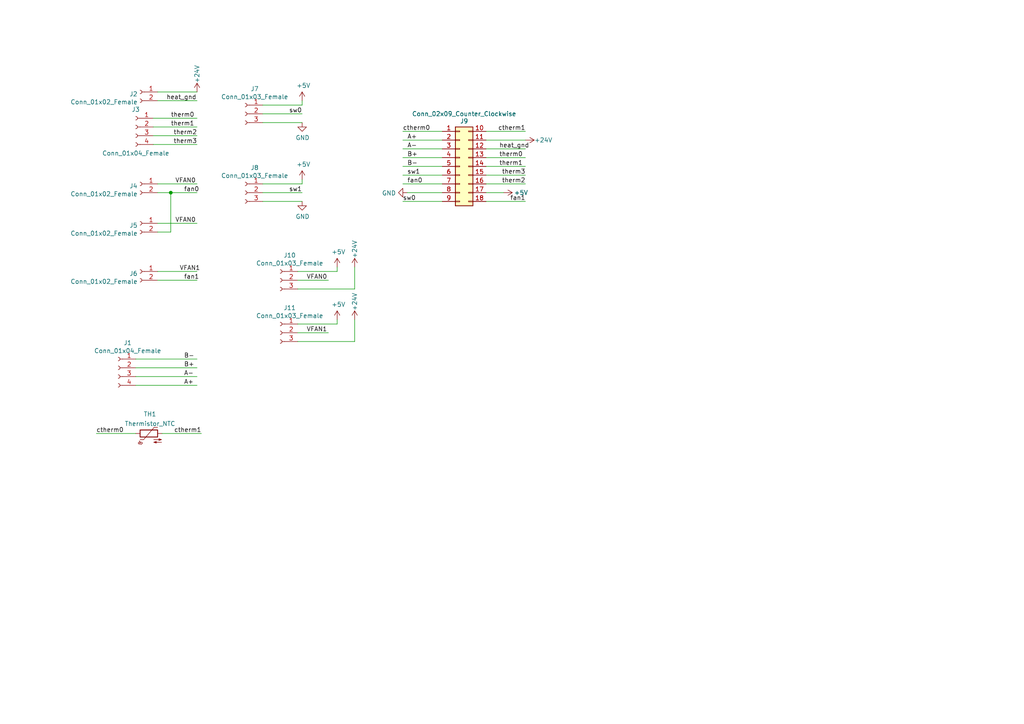
<source format=kicad_sch>
(kicad_sch (version 20211123) (generator eeschema)
  (paper "A4")
  (lib_symbols
    (symbol "Connector:Conn_01x02_Female" (pin_names (offset 1.016) hide)
      (property "Reference" "J" (at 0 2.54 0))
      (property "Value" "Conn_01x02_Female" (at 0 -5.08 0))
      (symbol "Conn_01x02_Female_1_1"
        (arc (start 0 -2.032) (mid -0.508 -2.54) (end 0 -3.048) (stroke (width 0.1524)))
        (polyline (pts (xy -1.27 -2.54) (xy -0.508 -2.54)) (stroke (width 0.1524)))
        (polyline (pts (xy -1.27 0) (xy -0.508 0)) (stroke (width 0.1524)))
        (arc (start 0 0.508) (mid -0.508 0) (end 0 -0.508) (stroke (width 0.1524)))
        (pin passive line (at -5.08 0 0) (length 3.81) (name "Pin_1") (number "1"))
        (pin passive line (at -5.08 -2.54 0) (length 3.81) (name "Pin_2") (number "2"))
      )
    )
    (symbol "Connector:Conn_01x03_Female" (pin_names (offset 1.016) hide)
      (property "Reference" "J" (at 0 5.08 0))
      (property "Value" "Conn_01x03_Female" (at 0 -5.08 0))
      (symbol "Conn_01x03_Female_1_1"
        (arc (start 0 -2.032) (mid -0.508 -2.54) (end 0 -3.048) (stroke (width 0.1524)))
        (polyline (pts (xy -1.27 -2.54) (xy -0.508 -2.54)) (stroke (width 0.1524)))
        (polyline (pts (xy -1.27 0) (xy -0.508 0)) (stroke (width 0.1524)))
        (polyline (pts (xy -1.27 2.54) (xy -0.508 2.54)) (stroke (width 0.1524)))
        (arc (start 0 0.508) (mid -0.508 0) (end 0 -0.508) (stroke (width 0.1524)))
        (arc (start 0 3.048) (mid -0.508 2.54) (end 0 2.032) (stroke (width 0.1524)))
        (pin passive line (at -5.08 2.54 0) (length 3.81) (name "Pin_1") (number "1"))
        (pin passive line (at -5.08 0 0) (length 3.81) (name "Pin_2") (number "2"))
        (pin passive line (at -5.08 -2.54 0) (length 3.81) (name "Pin_3") (number "3"))
      )
    )
    (symbol "Connector:Conn_01x04_Female" (pin_names (offset 1.016) hide)
      (property "Reference" "J" (at 0 5.08 0))
      (property "Value" "Conn_01x04_Female" (at 0 -7.62 0))
      (symbol "Conn_01x04_Female_1_1"
        (arc (start 0 -4.572) (mid -0.508 -5.08) (end 0 -5.588) (stroke (width 0.1524)))
        (arc (start 0 -2.032) (mid -0.508 -2.54) (end 0 -3.048) (stroke (width 0.1524)))
        (polyline (pts (xy -1.27 -5.08) (xy -0.508 -5.08)) (stroke (width 0.1524)))
        (polyline (pts (xy -1.27 -2.54) (xy -0.508 -2.54)) (stroke (width 0.1524)))
        (polyline (pts (xy -1.27 0) (xy -0.508 0)) (stroke (width 0.1524)))
        (polyline (pts (xy -1.27 2.54) (xy -0.508 2.54)) (stroke (width 0.1524)))
        (arc (start 0 0.508) (mid -0.508 0) (end 0 -0.508) (stroke (width 0.1524)))
        (arc (start 0 3.048) (mid -0.508 2.54) (end 0 2.032) (stroke (width 0.1524)))
        (pin passive line (at -5.08 2.54 0) (length 3.81) (name "Pin_1") (number "1"))
        (pin passive line (at -5.08 0 0) (length 3.81) (name "Pin_2") (number "2"))
        (pin passive line (at -5.08 -2.54 0) (length 3.81) (name "Pin_3") (number "3"))
        (pin passive line (at -5.08 -5.08 0) (length 3.81) (name "Pin_4") (number "4"))
      )
    )
    (symbol "Connector_Generic:Conn_02x09_Top_Bottom" (pin_names (offset 1.016) hide)
      (property "Reference" "J" (at 1.27 12.7 0))
      (property "Value" "Conn_02x09_Top_Bottom" (at 1.27 -12.7 0))
      (symbol "Conn_02x09_Top_Bottom_1_1"
        (rectangle (start -1.27 -10.033) (end 0 -10.287) (stroke (width 0.1524)))
        (rectangle (start -1.27 -7.493) (end 0 -7.747) (stroke (width 0.1524)))
        (rectangle (start -1.27 -4.953) (end 0 -5.207) (stroke (width 0.1524)))
        (rectangle (start -1.27 -2.413) (end 0 -2.667) (stroke (width 0.1524)))
        (rectangle (start -1.27 0.127) (end 0 -0.127) (stroke (width 0.1524)))
        (rectangle (start -1.27 2.667) (end 0 2.413) (stroke (width 0.1524)))
        (rectangle (start -1.27 5.207) (end 0 4.953) (stroke (width 0.1524)))
        (rectangle (start -1.27 7.747) (end 0 7.493) (stroke (width 0.1524)))
        (rectangle (start -1.27 10.287) (end 0 10.033) (stroke (width 0.1524)))
        (rectangle (start -1.27 11.43) (end 3.81 -11.43) (stroke (width 0.254)) (fill (type background)))
        (rectangle (start 3.81 -10.033) (end 2.54 -10.287) (stroke (width 0.1524)))
        (rectangle (start 3.81 -7.493) (end 2.54 -7.747) (stroke (width 0.1524)))
        (rectangle (start 3.81 -4.953) (end 2.54 -5.207) (stroke (width 0.1524)))
        (rectangle (start 3.81 -2.413) (end 2.54 -2.667) (stroke (width 0.1524)))
        (rectangle (start 3.81 0.127) (end 2.54 -0.127) (stroke (width 0.1524)))
        (rectangle (start 3.81 2.667) (end 2.54 2.413) (stroke (width 0.1524)))
        (rectangle (start 3.81 5.207) (end 2.54 4.953) (stroke (width 0.1524)))
        (rectangle (start 3.81 7.747) (end 2.54 7.493) (stroke (width 0.1524)))
        (rectangle (start 3.81 10.287) (end 2.54 10.033) (stroke (width 0.1524)))
        (pin passive line (at -5.08 10.16 0) (length 3.81) (name "Pin_1") (number "1"))
        (pin passive line (at 7.62 10.16 180) (length 3.81) (name "Pin_10") (number "10"))
        (pin passive line (at 7.62 7.62 180) (length 3.81) (name "Pin_11") (number "11"))
        (pin passive line (at 7.62 5.08 180) (length 3.81) (name "Pin_12") (number "12"))
        (pin passive line (at 7.62 2.54 180) (length 3.81) (name "Pin_13") (number "13"))
        (pin passive line (at 7.62 0 180) (length 3.81) (name "Pin_14") (number "14"))
        (pin passive line (at 7.62 -2.54 180) (length 3.81) (name "Pin_15") (number "15"))
        (pin passive line (at 7.62 -5.08 180) (length 3.81) (name "Pin_16") (number "16"))
        (pin passive line (at 7.62 -7.62 180) (length 3.81) (name "Pin_17") (number "17"))
        (pin passive line (at 7.62 -10.16 180) (length 3.81) (name "Pin_18") (number "18"))
        (pin passive line (at -5.08 7.62 0) (length 3.81) (name "Pin_2") (number "2"))
        (pin passive line (at -5.08 5.08 0) (length 3.81) (name "Pin_3") (number "3"))
        (pin passive line (at -5.08 2.54 0) (length 3.81) (name "Pin_4") (number "4"))
        (pin passive line (at -5.08 0 0) (length 3.81) (name "Pin_5") (number "5"))
        (pin passive line (at -5.08 -2.54 0) (length 3.81) (name "Pin_6") (number "6"))
        (pin passive line (at -5.08 -5.08 0) (length 3.81) (name "Pin_7") (number "7"))
        (pin passive line (at -5.08 -7.62 0) (length 3.81) (name "Pin_8") (number "8"))
        (pin passive line (at -5.08 -10.16 0) (length 3.81) (name "Pin_9") (number "9"))
      )
    )
    (symbol "Device:Thermistor_NTC" (pin_numbers hide) (pin_names (offset 0))
      (property "Reference" "TH" (at -4.445 0 90))
      (property "Value" "Thermistor_NTC" (at 3.175 0 90))
      (symbol "Thermistor_NTC_0_1"
        (arc (start -3.048 2.159) (mid -3.0505 2.3165) (end -3.175 2.413))
        (arc (start -3.048 2.159) (mid -2.9736 1.9794) (end -2.794 1.905))
        (arc (start -3.048 2.794) (mid -2.9736 2.6144) (end -2.794 2.54))
        (arc (start -2.794 1.905) (mid -2.6144 1.9794) (end -2.54 2.159))
        (arc (start -2.794 2.54) (mid -2.434 2.5608) (end -2.159 2.794))
        (arc (start -2.794 3.048) (mid -2.9736 2.9736) (end -3.048 2.794))
        (arc (start -2.54 2.794) (mid -2.6144 2.9736) (end -2.794 3.048))
        (rectangle (start -1.016 2.54) (end 1.016 -2.54) (stroke (width 0.254)))
        (polyline (pts (xy -2.54 2.159) (xy -2.54 2.794)))
        (polyline (pts (xy -1.778 2.54) (xy -1.778 1.524) (xy 1.778 -1.524) (xy 1.778 -2.54)))
        (polyline (pts (xy -2.54 -3.683) (xy -2.54 -1.397) (xy -2.794 -2.159) (xy -2.286 -2.159) (xy -2.54 -1.397) (xy -2.54 -1.651)) (fill (type outline)))
        (polyline (pts (xy -1.778 -1.397) (xy -1.778 -3.683) (xy -2.032 -2.921) (xy -1.524 -2.921) (xy -1.778 -3.683) (xy -1.778 -3.429)) (fill (type outline)))
      )
      (symbol "Thermistor_NTC_1_1"
        (pin passive line (at 0 3.81 270) (length 1.27) (name "~") (number "1"))
        (pin passive line (at 0 -3.81 90) (length 1.27) (name "~") (number "2"))
      )
    )
    (symbol "power:+24V" (power) (pin_names (offset 0))
      (property "Value" "+24V" (at 0 3.556 0))
      (symbol "+24V_0_1"
        (polyline (pts (xy -0.762 1.27) (xy 0 2.54)))
        (polyline (pts (xy 0 0) (xy 0 2.54)))
        (polyline (pts (xy 0 2.54) (xy 0.762 1.27)))
      )
      (symbol "+24V_1_1"
        (pin power_in line (at 0 0 90) (length 0) hide (name "+24V") (number "1"))
      )
    )
    (symbol "power:+5V" (power) (pin_names (offset 0))
      (property "Value" "+5V" (at 0 3.556 0))
      (symbol "+5V_0_1"
        (polyline (pts (xy -0.762 1.27) (xy 0 2.54)))
        (polyline (pts (xy 0 0) (xy 0 2.54)))
        (polyline (pts (xy 0 2.54) (xy 0.762 1.27)))
      )
      (symbol "+5V_1_1"
        (pin power_in line (at 0 0 90) (length 0) hide (name "+5V") (number "1"))
      )
    )
    (symbol "power:GND" (power) (pin_names (offset 0))
      (property "Value" "GND" (at 0 -3.81 0))
      (symbol "GND_0_1"
        (polyline (pts (xy 0 0) (xy 0 -1.27) (xy 1.27 -1.27) (xy 0 -2.54) (xy -1.27 -1.27) (xy 0 -1.27)))
      )
      (symbol "GND_1_1"
        (pin power_in line (at 0 0 270) (length 0) hide (name "GND") (number "1"))
      )
    )
  )
  (junction (at 49.53 55.88))
  (wire (pts (xy 128.27 50.8) (xy 116.84 50.8)))
  (wire (pts (xy 46.99 125.73) (xy 58.42 125.73)))
  (wire (pts (xy 140.97 45.72) (xy 152.4 45.72)))
  (wire (pts (xy 146.05 55.88) (xy 140.97 55.88)))
  (wire (pts (xy 39.37 104.14) (xy 57.15 104.14)))
  (wire (pts (xy 86.36 99.06) (xy 102.87 99.06)))
  (wire (pts (xy 140.97 58.42) (xy 152.4 58.42)))
  (wire (pts (xy 76.2 55.88) (xy 87.63 55.88)))
  (wire (pts (xy 128.27 40.64) (xy 116.84 40.64)))
  (wire (pts (xy 116.84 58.42) (xy 128.27 58.42)))
  (wire (pts (xy 128.27 55.88) (xy 118.11 55.88)))
  (wire (pts (xy 76.2 35.56) (xy 87.63 35.56)))
  (wire (pts (xy 49.53 55.88) (xy 57.15 55.88)))
  (wire (pts (xy 45.72 78.74) (xy 57.15 78.74)))
  (wire (pts (xy 49.53 55.88) (xy 49.53 67.31)))
  (wire (pts (xy 86.36 81.28) (xy 95.25 81.28)))
  (wire (pts (xy 86.36 78.74) (xy 97.79 78.74)))
  (wire (pts (xy 86.36 83.82) (xy 102.87 83.82)))
  (wire (pts (xy 76.2 53.34) (xy 87.63 53.34)))
  (wire (pts (xy 39.37 109.22) (xy 57.15 109.22)))
  (wire (pts (xy 39.37 111.76) (xy 57.15 111.76)))
  (wire (pts (xy 45.72 67.31) (xy 49.53 67.31)))
  (wire (pts (xy 44.45 34.29) (xy 57.15 34.29)))
  (wire (pts (xy 45.72 81.28) (xy 57.15 81.28)))
  (wire (pts (xy 102.87 83.82) (xy 102.87 77.47)))
  (wire (pts (xy 140.97 43.18) (xy 152.4 43.18)))
  (wire (pts (xy 128.27 48.26) (xy 116.84 48.26)))
  (wire (pts (xy 45.72 53.34) (xy 57.15 53.34)))
  (wire (pts (xy 140.97 38.1) (xy 152.4 38.1)))
  (wire (pts (xy 116.84 38.1) (xy 128.27 38.1)))
  (wire (pts (xy 45.72 26.67) (xy 57.15 26.67)))
  (wire (pts (xy 86.36 93.98) (xy 97.79 93.98)))
  (wire (pts (xy 140.97 53.34) (xy 152.4 53.34)))
  (wire (pts (xy 140.97 48.26) (xy 152.4 48.26)))
  (wire (pts (xy 44.45 41.91) (xy 57.15 41.91)))
  (wire (pts (xy 102.87 99.06) (xy 102.87 92.71)))
  (wire (pts (xy 140.97 50.8) (xy 152.4 50.8)))
  (wire (pts (xy 44.45 36.83) (xy 57.15 36.83)))
  (wire (pts (xy 27.94 125.73) (xy 39.37 125.73)))
  (wire (pts (xy 45.72 55.88) (xy 49.53 55.88)))
  (wire (pts (xy 39.37 106.68) (xy 57.15 106.68)))
  (wire (pts (xy 76.2 58.42) (xy 87.63 58.42)))
  (wire (pts (xy 128.27 45.72) (xy 116.84 45.72)))
  (wire (pts (xy 87.63 30.48) (xy 87.63 29.21)))
  (wire (pts (xy 140.97 40.64) (xy 152.4 40.64)))
  (wire (pts (xy 45.72 64.77) (xy 57.15 64.77)))
  (wire (pts (xy 76.2 33.02) (xy 87.63 33.02)))
  (wire (pts (xy 76.2 30.48) (xy 87.63 30.48)))
  (wire (pts (xy 97.79 92.71) (xy 97.79 93.98)))
  (wire (pts (xy 45.72 29.21) (xy 57.15 29.21)))
  (wire (pts (xy 128.27 43.18) (xy 116.84 43.18)))
  (wire (pts (xy 116.84 53.34) (xy 128.27 53.34)))
  (wire (pts (xy 86.36 96.52) (xy 95.25 96.52)))
  (wire (pts (xy 44.45 39.37) (xy 57.15 39.37)))
  (wire (pts (xy 97.79 77.47) (xy 97.79 78.74)))
  (wire (pts (xy 87.63 53.34) (xy 87.63 52.07)))
  (label "therm1" (at 144.78 48.26 0))
  (label "B+" (at 53.34 106.68 0))
  (label "fan1" (at 53.34 81.28 0))
  (label "sw0" (at 116.84 58.42 0))
  (label "VFAN0" (at 50.8 64.77 0))
  (label "therm0" (at 144.78 45.72 0))
  (label "sw0" (at 83.82 33.02 0))
  (label "therm3" (at 152.4 50.8 180))
  (label "ctherm0" (at 116.84 38.1 0))
  (label "therm1" (at 49.53 36.83 0))
  (label "A-" (at 118.11 43.18 0))
  (label "fan0" (at 53.34 55.88 0))
  (label "VFAN1" (at 52.07 78.74 0))
  (label "sw1" (at 83.82 55.88 0))
  (label "A+" (at 53.34 111.76 0))
  (label "sw1" (at 118.11 50.8 0))
  (label "ctherm1" (at 152.4 38.1 180))
  (label "therm0" (at 49.53 34.29 0))
  (label "therm2" (at 57.15 39.37 180))
  (label "fan1" (at 152.4 58.42 180))
  (label "fan0" (at 118.11 53.34 0))
  (label "B-" (at 118.11 48.26 0))
  (label "B+" (at 118.11 45.72 0))
  (label "A+" (at 118.11 40.64 0))
  (label "A-" (at 53.34 109.22 0))
  (label "heat_gnd" (at 48.26 29.21 0))
  (label "ctherm0" (at 27.94 125.73 0))
  (label "ctherm1" (at 58.42 125.73 180))
  (label "VFAN0" (at 88.9 81.28 0))
  (label "therm3" (at 57.15 41.91 180))
  (label "therm2" (at 152.4 53.34 180))
  (label "VFAN1" (at 88.9 96.52 0))
  (label "VFAN0" (at 50.8 53.34 0))
  (label "B-" (at 53.34 104.14 0))
  (label "heat_gnd" (at 144.78 43.18 0))
  (symbol (lib_id "Connector:Conn_01x02_Female") (at 40.64 53.34 0) (mirror y) (unit 1)
    (property "Reference" "J4" (at 39.9288 53.9496 0) (effects (justify left)))
    (property "Value" "Conn_01x02_Female" (at 39.9288 56.261 0) (effects (justify left)))
    (property "Footprint" "Connector_JST:JST_PH_B2B-PH-K_1x02_P2.00mm_Vertical" (effects hide))
  )
  (symbol (lib_id "Connector:Conn_01x02_Female") (at 40.64 64.77 0) (mirror y) (unit 1)
    (property "Reference" "J5" (at 39.9288 65.3796 0) (effects (justify left)))
    (property "Value" "Conn_01x02_Female" (at 39.9288 67.691 0) (effects (justify left)))
    (property "Footprint" "Connector_JST:JST_PH_B2B-PH-K_1x02_P2.00mm_Vertical" (effects hide))
  )
  (symbol (lib_id "Connector:Conn_01x02_Female") (at 40.64 78.74 0) (mirror y) (unit 1)
    (property "Reference" "J6" (at 39.9288 79.3496 0) (effects (justify left)))
    (property "Value" "Conn_01x02_Female" (at 39.9288 81.661 0) (effects (justify left)))
    (property "Footprint" "Connector_JST:JST_PH_B2B-PH-K_1x02_P2.00mm_Vertical" (effects hide))
  )
  (symbol (lib_id "Connector:Conn_01x02_Female") (at 40.64 26.67 0) (mirror y) (unit 1)
    (property "Reference" "J2" (at 39.9288 27.2796 0) (effects (justify left)))
    (property "Value" "Conn_01x02_Female" (at 39.9288 29.591 0) (effects (justify left)))
    (property "Footprint" "Connector_Molex:Molex_Micro-Fit_3.0_43045-0200_2x01_P3.00mm_Horizontal" (effects hide))
  )
  (symbol (lib_id "Connector:Conn_01x04_Female") (at 39.37 36.83 0) (mirror y) (unit 1)
    (property "Reference" "J3" (at 39.37 31.75 0))
    (property "Value" "Conn_01x04_Female" (at 39.37 44.45 0))
    (property "Footprint" "Connector_JST:JST_PH_B4B-PH-K_1x04_P2.00mm_Vertical" (effects hide))
  )
  (symbol (lib_id "Connector:Conn_01x03_Female") (at 71.12 33.02 0) (mirror y) (unit 1)
    (property "Reference" "J7" (at 73.8632 25.781 0))
    (property "Value" "Conn_01x03_Female" (at 73.8632 28.0924 0))
    (property "Footprint" "Connector_JST:JST_PH_B3B-PH-K_1x03_P2.00mm_Vertical" (effects hide))
  )
  (symbol (lib_id "power:GND") (at 87.63 35.56 0) (unit 1)
    (property "Reference" "#PWR05" (effects hide))
    (property "Value" "GND" (at 87.757 39.9542 0))
  )
  (symbol (lib_id "Connector:Conn_01x04_Female") (at 34.29 106.68 0) (mirror y) (unit 1)
    (property "Reference" "J1" (at 37.0332 99.441 0))
    (property "Value" "Conn_01x04_Female" (at 37.0332 101.7524 0))
    (property "Footprint" "Connector_JST:JST_PH_B4B-PH-K_1x04_P2.00mm_Vertical" (effects hide))
  )
  (symbol (lib_id "power:+5V") (at 146.05 55.88 270) (unit 1)
    (property "Reference" "#PWR09" (effects hide))
    (property "Value" "+5V" (at 151.13 55.88 90))
  )
  (symbol (lib_id "Connector_Generic:Conn_02x09_Top_Bottom") (at 133.35 48.26 0) (unit 1)
    (property "Reference" "J9" (at 134.62 35.1282 0))
    (property "Value" "Conn_02x09_Counter_Clockwise" (at 134.62 33.02 0))
    (property "Footprint" "Connector_Molex:Molex_Micro-Fit_3.0_43045-1800_2x09_P3.00mm_Horizontal" (effects hide))
  )
  (symbol (lib_id "power:GND") (at 118.11 55.88 270) (unit 1)
    (property "Reference" "#PWR08" (effects hide))
    (property "Value" "GND" (at 114.8588 56.007 90) (effects (justify right)))
  )
  (symbol (lib_id "power:+5V") (at 87.63 29.21 0) (unit 1)
    (property "Reference" "#PWR04" (effects hide))
    (property "Value" "+5V" (at 88.011 24.8158 0))
  )
  (symbol (lib_id "Connector:Conn_01x03_Female") (at 71.12 55.88 0) (mirror y) (unit 1)
    (property "Reference" "J8" (at 73.8632 48.641 0))
    (property "Value" "Conn_01x03_Female" (at 73.8632 50.9524 0))
    (property "Footprint" "Connector_JST:JST_PH_B3B-PH-K_1x03_P2.00mm_Vertical" (effects hide))
  )
  (symbol (lib_id "power:GND") (at 87.63 58.42 0) (unit 1)
    (property "Reference" "#PWR07" (effects hide))
    (property "Value" "GND" (at 87.757 62.8142 0))
  )
  (symbol (lib_id "power:+5V") (at 87.63 52.07 0) (unit 1)
    (property "Reference" "#PWR06" (effects hide))
    (property "Value" "+5V" (at 88.011 47.6758 0))
  )
  (symbol (lib_id "power:+24V") (at 152.4 40.64 270) (unit 1)
    (property "Reference" "#PWR0105" (effects hide))
    (property "Value" "+24V" (at 154.94 40.64 90) (effects (justify left)))
  )
  (symbol (lib_id "power:+24V") (at 57.15 26.67 0) (unit 1)
    (property "Reference" "#PWR0106" (effects hide))
    (property "Value" "+24V" (at 57.15 24.13 90) (effects (justify left)))
  )
  (symbol (lib_id "Connector:Conn_01x03_Female") (at 81.28 81.28 0) (mirror y) (unit 1)
    (property "Reference" "J10" (at 84.0232 74.041 0))
    (property "Value" "Conn_01x03_Female" (at 84.0232 76.3524 0))
    (property "Footprint" "Jumper:SolderJumper-3_P1.3mm_Bridged12_RoundedPad1.0x1.5mm_NumberLabels" (effects hide))
  )
  (symbol (lib_id "power:+5V") (at 97.79 77.47 0) (unit 1)
    (property "Reference" "#PWR0103" (effects hide))
    (property "Value" "+5V" (at 98.171 73.0758 0))
  )
  (symbol (lib_id "power:+24V") (at 102.87 77.47 0) (unit 1)
    (property "Reference" "#PWR0104" (effects hide))
    (property "Value" "+24V" (at 102.87 74.93 90) (effects (justify left)))
  )
  (symbol (lib_id "Connector:Conn_01x03_Female") (at 81.28 96.52 0) (mirror y) (unit 1)
    (property "Reference" "J11" (at 84.0232 89.281 0))
    (property "Value" "Conn_01x03_Female" (at 84.0232 91.5924 0))
    (property "Footprint" "Jumper:SolderJumper-3_P1.3mm_Bridged12_RoundedPad1.0x1.5mm_NumberLabels" (effects hide))
  )
  (symbol (lib_id "power:+5V") (at 97.79 92.71 0) (unit 1)
    (property "Reference" "#PWR0101" (effects hide))
    (property "Value" "+5V" (at 98.171 88.3158 0))
  )
  (symbol (lib_id "power:+24V") (at 102.87 92.71 0) (unit 1)
    (property "Reference" "#PWR0102" (effects hide))
    (property "Value" "+24V" (at 102.87 90.17 90) (effects (justify left)))
  )
  (symbol (lib_id "Device:Thermistor_NTC") (at 43.18 125.73 90) (unit 1)
    (property "Reference" "TH1" (at 43.4975 120.1125 90))
    (property "Value" "Thermistor_NTC" (at 43.4975 122.8876 90))
    (property "Footprint" "Resistor_THT:R_Axial_DIN0204_L3.6mm_D1.6mm_P7.62mm_Horizontal" (effects hide))
  )
)
</source>
